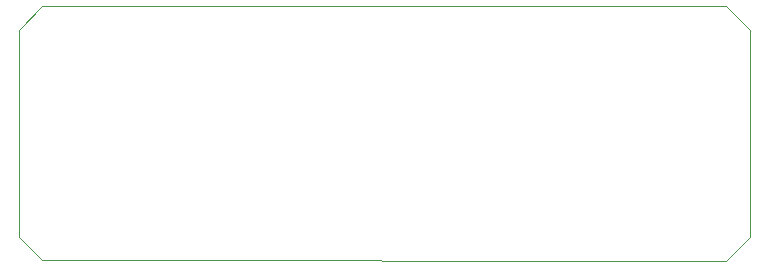
<source format=gbr>
%TF.GenerationSoftware,KiCad,Pcbnew,(6.0.5)*%
%TF.CreationDate,2022-11-18T19:02:11-05:00*%
%TF.ProjectId,SimpleMelt-Hardware,53696d70-6c65-44d6-956c-742d48617264,rev?*%
%TF.SameCoordinates,Original*%
%TF.FileFunction,Profile,NP*%
%FSLAX46Y46*%
G04 Gerber Fmt 4.6, Leading zero omitted, Abs format (unit mm)*
G04 Created by KiCad (PCBNEW (6.0.5)) date 2022-11-18 19:02:11*
%MOMM*%
%LPD*%
G01*
G04 APERTURE LIST*
%TA.AperFunction,Profile*%
%ADD10C,0.050000*%
%TD*%
G04 APERTURE END LIST*
D10*
X29000000Y10700000D02*
X-28900000Y10700000D01*
X31000000Y8700000D02*
X29000000Y10700000D01*
X-30900000Y-8800000D02*
X-28900000Y-10800000D01*
X-28900000Y-10800000D02*
X29000000Y-10900000D01*
X-28900000Y10700000D02*
X-30900000Y8700000D01*
X31000000Y-8800000D02*
X31000000Y8700000D01*
X29000000Y-10900000D02*
X31000000Y-8800000D01*
X-30900000Y8700000D02*
X-30900000Y-8800000D01*
M02*

</source>
